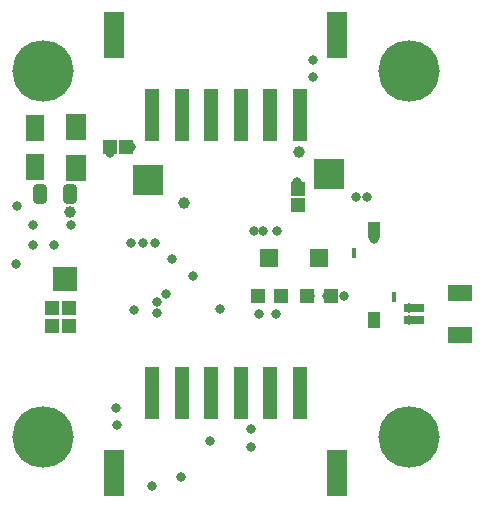
<source format=gbs>
G04*
G04 #@! TF.GenerationSoftware,Altium Limited,Altium Designer,21.9.2 (33)*
G04*
G04 Layer_Color=16711935*
%FSLAX25Y25*%
%MOIN*%
G70*
G04*
G04 #@! TF.SameCoordinates,DDE03FFC-3592-4A1C-B560-7E07A9873239*
G04*
G04*
G04 #@! TF.FilePolarity,Negative*
G04*
G01*
G75*
%ADD29R,0.04540X0.04934*%
%ADD41C,0.03162*%
%ADD42C,0.04737*%
%ADD43C,0.03950*%
%ADD44C,0.20485*%
%ADD58R,0.06300X0.08500*%
%ADD59R,0.05118X0.17717*%
%ADD60R,0.07087X0.15354*%
%ADD61R,0.06500X0.08600*%
%ADD64R,0.03937X0.05709*%
%ADD65R,0.01575X0.03543*%
%ADD67R,0.06299X0.05906*%
%ADD68R,0.04700X0.04700*%
%ADD74R,0.06902X0.03162*%
%ADD75R,0.07887X0.05524*%
G04:AMPARAMS|DCode=76|XSize=67.06mil|YSize=47.37mil|CornerRadius=13.84mil|HoleSize=0mil|Usage=FLASHONLY|Rotation=90.000|XOffset=0mil|YOffset=0mil|HoleType=Round|Shape=RoundedRectangle|*
%AMROUNDEDRECTD76*
21,1,0.06706,0.01968,0,0,90.0*
21,1,0.03937,0.04737,0,0,90.0*
1,1,0.02769,0.00984,0.01968*
1,1,0.02769,0.00984,-0.01968*
1,1,0.02769,-0.00984,-0.01968*
1,1,0.02769,-0.00984,0.01968*
%
%ADD76ROUNDEDRECTD76*%
%ADD77R,0.04737X0.05131*%
%ADD78R,0.05131X0.04737*%
%ADD79R,0.07887X0.07887*%
%ADD80R,0.09855X0.09855*%
D29*
X-57854Y-24000D02*
D03*
X-52146D02*
D03*
X-57854Y-18000D02*
D03*
X-52146D02*
D03*
D41*
D03*
X-30500Y-18646D02*
D03*
X-36354Y-57000D02*
D03*
X61000Y-22000D02*
D03*
Y-18000D02*
D03*
X-38500Y33500D02*
D03*
X-23500Y3500D02*
D03*
X-31500Y35500D02*
D03*
X-27500Y3500D02*
D03*
X-31500D02*
D03*
X-10948Y-7448D02*
D03*
X49500Y5000D02*
D03*
Y-21862D02*
D03*
X31000Y-1500D02*
D03*
X15000Y-42354D02*
D03*
X39500Y-14000D02*
D03*
X17000Y7500D02*
D03*
X28146Y-14000D02*
D03*
X11146Y-20000D02*
D03*
X33854Y-14000D02*
D03*
X16854Y-20000D02*
D03*
X8354Y-64500D02*
D03*
Y-58500D02*
D03*
X-36500Y-51370D02*
D03*
X-18000Y-1646D02*
D03*
X-23000Y-16000D02*
D03*
X-15000Y-74500D02*
D03*
X-24500Y-77500D02*
D03*
X-5134Y-62489D02*
D03*
X29000Y64500D02*
D03*
Y59000D02*
D03*
X23850Y24000D02*
D03*
X-55783Y-10784D02*
D03*
X-51217D02*
D03*
Y-6216D02*
D03*
X-53500Y-8500D02*
D03*
X-55783Y-6216D02*
D03*
X31500Y23500D02*
D03*
X34500D02*
D03*
X37500D02*
D03*
Y26500D02*
D03*
Y29500D02*
D03*
X34500D02*
D03*
X31500D02*
D03*
Y26500D02*
D03*
X-23000Y27500D02*
D03*
X-26000D02*
D03*
X-29000D02*
D03*
Y21500D02*
D03*
X-26000D02*
D03*
X-23000D02*
D03*
Y24500D02*
D03*
X-29000D02*
D03*
X-64146Y3000D02*
D03*
Y9500D02*
D03*
X-69854Y-3500D02*
D03*
X47000Y19000D02*
D03*
X43500D02*
D03*
X9500Y7500D02*
D03*
X12500D02*
D03*
X-2000Y-18500D02*
D03*
X-20000Y-13500D02*
D03*
X-22858Y-19541D02*
D03*
X34500Y26500D02*
D03*
X-26000Y24500D02*
D03*
X-51744Y9500D02*
D03*
X-69756Y16000D02*
D03*
X-57354Y3000D02*
D03*
D42*
X-49500Y28500D02*
D03*
D43*
X-52000Y14000D02*
D03*
X-14000Y16882D02*
D03*
X24500Y34000D02*
D03*
D44*
X-61000Y61024D02*
D03*
X61024Y-61000D02*
D03*
X-61000Y-61024D02*
D03*
X61024Y61000D02*
D03*
D58*
X-63500Y42100D02*
D03*
Y28900D02*
D03*
D59*
X-24606Y46193D02*
D03*
X-14764D02*
D03*
X24606D02*
D03*
X14764D02*
D03*
X4921D02*
D03*
X-4921D02*
D03*
X24606Y-46193D02*
D03*
X14764D02*
D03*
X4921D02*
D03*
X-4921D02*
D03*
X-14764D02*
D03*
X-24606D02*
D03*
D60*
X37205Y72965D02*
D03*
X-37205D02*
D03*
X37205Y-72965D02*
D03*
X-37205D02*
D03*
D61*
X-50000Y42200D02*
D03*
Y28800D02*
D03*
D64*
X49500Y-21862D02*
D03*
Y7862D02*
D03*
D65*
X56193Y-14480D02*
D03*
X42807Y480D02*
D03*
D67*
X31000Y-1500D02*
D03*
X14500D02*
D03*
D68*
X34938Y-14075D02*
D03*
X27062D02*
D03*
X18438D02*
D03*
X10563D02*
D03*
D74*
X62724Y-18032D02*
D03*
Y-21969D02*
D03*
D75*
X77980Y-12913D02*
D03*
Y-27087D02*
D03*
D76*
X-52000Y20000D02*
D03*
X-62000Y20000D02*
D03*
D77*
X-38756Y35500D02*
D03*
X-33244D02*
D03*
D78*
X24000Y21756D02*
D03*
Y16244D02*
D03*
D79*
X-53500Y-8500D02*
D03*
D80*
X-26000Y24500D02*
D03*
X34500Y26500D02*
D03*
M02*

</source>
